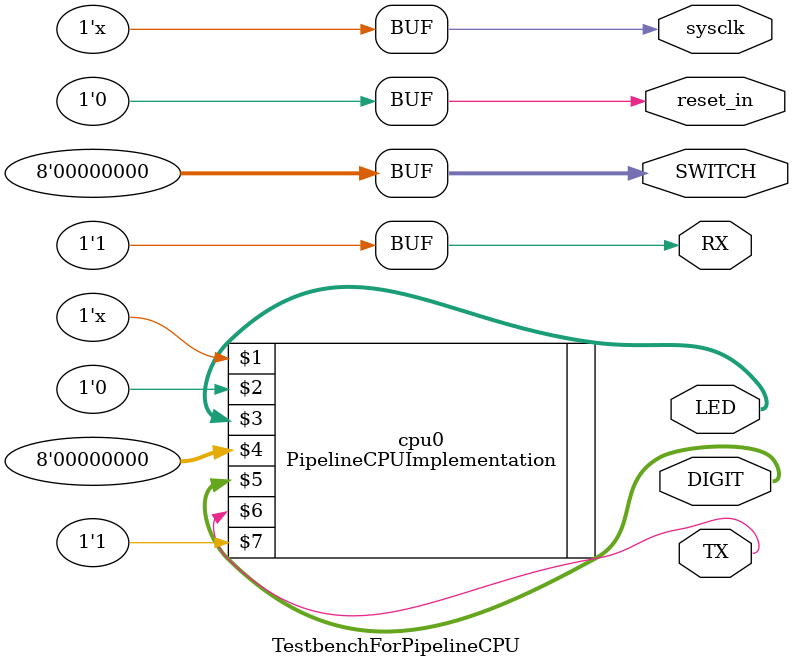
<source format=v>
module TestbenchForPipelineCPU(sysclk,reset_in,LED,SWITCH,DIGIT,TX,RX);
  output reg reset_in,sysclk,RX;
  output TX;
  output [7:0] LED;
  output reg [7:0] SWITCH;
  output [11:0] DIGIT;
  
  initial 
  begin
    reset_in<=1'b1;
    RX<=1'b1;
    sysclk<=1'b1;
    SWITCH<=8'b0;
    #1 reset_in<=1'b0;
    #104167 RX<=1'b1;
    #104167 RX<=1'b1;
    #104167 RX<=1'b1;
    #104167 RX<=1'b1;
    #104167 RX<=1'b1;
    #104167 RX<=1'b0;
    #104167 RX<=1'b0;
    #104167 RX<=1'b0;
    #104167 RX<=1'b0;
    #104167 RX<=1'b1;
    #104167 RX<=1'b1;
    #104167 RX<=1'b0;
    #104167 RX<=1'b0;
    #104167 RX<=1'b0;
    #104167 RX<=1'b1;
    
    #104167 RX<=1'b1;
    #104167 RX<=1'b1;
    #104167 RX<=1'b1;
    #104167 RX<=1'b0;
    #104167 RX<=1'b0;
    #104167 RX<=1'b0;
    #104167 RX<=1'b1;
    #104167 RX<=1'b0;
    #104167 RX<=1'b0;
    #104167 RX<=1'b1;
    #104167 RX<=1'b0;
    #104167 RX<=1'b0;
    #104167 RX<=1'b1;
    #104167 RX<=1'b1;
    
    #104167 RX<=1'b1;
    #104167 RX<=1'b1;
    #104167 RX<=1'b1;
    #104167 RX<=1'b1;
    #104167 RX<=1'b1;
    #104167 RX<=1'b0;
    #104167 RX<=1'b0;
    #104167 RX<=1'b0;
    #104167 RX<=1'b0;
    #104167 RX<=1'b1;
    #104167 RX<=1'b1;
    #104167 RX<=1'b0;
    #104167 RX<=1'b0;
    #104167 RX<=1'b0;
    #104167 RX<=1'b1;
    
    #104167 RX<=1'b1;
    #104167 RX<=1'b1;
    #104167 RX<=1'b1;
    #104167 RX<=1'b0;
    #104167 RX<=1'b0;
    #104167 RX<=1'b0;
    #104167 RX<=1'b1;
    #104167 RX<=1'b0;
    #104167 RX<=1'b0;
    #104167 RX<=1'b1;
    #104167 RX<=1'b0;
    #104167 RX<=1'b0;
    #104167 RX<=1'b1;
    #104167 RX<=1'b1;
    
    #104167 RX<=1'b1;
    #104167 RX<=1'b1;
    #104167 RX<=1'b1;
    #104167 RX<=1'b1;
    #104167 RX<=1'b1;
    #104167 RX<=1'b0;
    #104167 RX<=1'b0;
    #104167 RX<=1'b0;
    #104167 RX<=1'b0;
    #104167 RX<=1'b1;
    #104167 RX<=1'b1;
    #104167 RX<=1'b0;
    #104167 RX<=1'b0;
    #104167 RX<=1'b0;
    #104167 RX<=1'b1;
    
    #104167 RX<=1'b1;
    #104167 RX<=1'b1;
    #104167 RX<=1'b1;
    #104167 RX<=1'b0;
    #104167 RX<=1'b0;
    #104167 RX<=1'b0;
    #104167 RX<=1'b1;
    #104167 RX<=1'b0;
    #104167 RX<=1'b0;
    #104167 RX<=1'b1;
    #104167 RX<=1'b0;
    #104167 RX<=1'b0;
    #104167 RX<=1'b1;
    #104167 RX<=1'b1;
    
    #104167 RX<=1'b1;
    #104167 RX<=1'b1;
    #104167 RX<=1'b1;
    #104167 RX<=1'b1;
    #104167 RX<=1'b1;
    #104167 RX<=1'b0;
    #104167 RX<=1'b0;
    #104167 RX<=1'b0;
    #104167 RX<=1'b0;
    #104167 RX<=1'b1;
    #104167 RX<=1'b1;
    #104167 RX<=1'b0;
    #104167 RX<=1'b0;
    #104167 RX<=1'b0;
    #104167 RX<=1'b1;
    
    #104167 RX<=1'b1;
    #104167 RX<=1'b1;
    #104167 RX<=1'b1;
    #104167 RX<=1'b0;
    #104167 RX<=1'b0;
    #104167 RX<=1'b0;
    #104167 RX<=1'b1;
    #104167 RX<=1'b0;
    #104167 RX<=1'b0;
    #104167 RX<=1'b1;
    #104167 RX<=1'b0;
    #104167 RX<=1'b0;
    #104167 RX<=1'b1;
    #104167 RX<=1'b1;
    
    #104167 RX<=1'b1;
    #104167 RX<=1'b1;
    #104167 RX<=1'b1;
    #104167 RX<=1'b1;
    #104167 RX<=1'b1;
    #104167 RX<=1'b0;
    #104167 RX<=1'b0;
    #104167 RX<=1'b0;
    #104167 RX<=1'b0;
    #104167 RX<=1'b1;
    #104167 RX<=1'b1;
    #104167 RX<=1'b0;
    #104167 RX<=1'b0;
    #104167 RX<=1'b0;
    #104167 RX<=1'b1;
    
    #104167 RX<=1'b1;
    #104167 RX<=1'b1;
    #104167 RX<=1'b1;
    #104167 RX<=1'b0;
    #104167 RX<=1'b0;
    #104167 RX<=1'b0;
    #104167 RX<=1'b1;
    #104167 RX<=1'b0;
    #104167 RX<=1'b0;
    #104167 RX<=1'b1;
    #104167 RX<=1'b0;
    #104167 RX<=1'b0;
    #104167 RX<=1'b1;
    #104167 RX<=1'b1;
    
    #104167 RX<=1'b1;
    #104167 RX<=1'b1;
    #104167 RX<=1'b1;
    #104167 RX<=1'b1;
    #104167 RX<=1'b1;
    #104167 RX<=1'b0;
    #104167 RX<=1'b0;
    #104167 RX<=1'b0;
    #104167 RX<=1'b0;
    #104167 RX<=1'b1;
    #104167 RX<=1'b1;
    #104167 RX<=1'b0;
    #104167 RX<=1'b0;
    #104167 RX<=1'b0;
    #104167 RX<=1'b1;
    
    #104167 RX<=1'b1;
    #104167 RX<=1'b1;
    #104167 RX<=1'b1;
    #104167 RX<=1'b0;
    #104167 RX<=1'b0;
    #104167 RX<=1'b0;
    #104167 RX<=1'b1;
    #104167 RX<=1'b0;
    #104167 RX<=1'b0;
    #104167 RX<=1'b1;
    #104167 RX<=1'b0;
    #104167 RX<=1'b0;
    #104167 RX<=1'b1;
    #104167 RX<=1'b1;
    
    #104167 RX<=1'b1;
    #104167 RX<=1'b1;
    #104167 RX<=1'b1;
    #104167 RX<=1'b1;
    #104167 RX<=1'b1;
    #104167 RX<=1'b0;
    #104167 RX<=1'b0;
    #104167 RX<=1'b0;
    #104167 RX<=1'b0;
    #104167 RX<=1'b1;
    #104167 RX<=1'b1;
    #104167 RX<=1'b0;
    #104167 RX<=1'b0;
    #104167 RX<=1'b0;
    #104167 RX<=1'b1;
    
    #104167 RX<=1'b1;
    #104167 RX<=1'b1;
    #104167 RX<=1'b1;
    #104167 RX<=1'b0;
    #104167 RX<=1'b0;
    #104167 RX<=1'b0;
    #104167 RX<=1'b1;
    #104167 RX<=1'b0;
    #104167 RX<=1'b0;
    #104167 RX<=1'b1;
    #104167 RX<=1'b0;
    #104167 RX<=1'b0;
    #104167 RX<=1'b1;
    #104167 RX<=1'b1;
    
    #104167 RX<=1'b1;
    #104167 RX<=1'b1;
    #104167 RX<=1'b1;
    #104167 RX<=1'b1;
    #104167 RX<=1'b1;
    #104167 RX<=1'b0;
    #104167 RX<=1'b0;
    #104167 RX<=1'b0;
    #104167 RX<=1'b0;
    #104167 RX<=1'b1;
    #104167 RX<=1'b1;
    #104167 RX<=1'b0;
    #104167 RX<=1'b0;
    #104167 RX<=1'b0;
    #104167 RX<=1'b1;
    
    #104167 RX<=1'b1;
    #104167 RX<=1'b1;
    #104167 RX<=1'b1;
    #104167 RX<=1'b0;
    #104167 RX<=1'b0;
    #104167 RX<=1'b0;
    #104167 RX<=1'b1;
    #104167 RX<=1'b0;
    #104167 RX<=1'b0;
    #104167 RX<=1'b1;
    #104167 RX<=1'b0;
    #104167 RX<=1'b0;
    #104167 RX<=1'b1;
    #104167 RX<=1'b1;
    
    #104167 RX<=1'b1;
    #104167 RX<=1'b1;
    #104167 RX<=1'b1;
    #104167 RX<=1'b1;
    #104167 RX<=1'b1;
    #104167 RX<=1'b0;
    #104167 RX<=1'b0;
    #104167 RX<=1'b0;
    #104167 RX<=1'b0;
    #104167 RX<=1'b1;
    #104167 RX<=1'b1;
    #104167 RX<=1'b0;
    #104167 RX<=1'b0;
    #104167 RX<=1'b0;
    #104167 RX<=1'b1;
    
    #104167 RX<=1'b1;
    #104167 RX<=1'b1;
    #104167 RX<=1'b1;
    #104167 RX<=1'b0;
    #104167 RX<=1'b0;
    #104167 RX<=1'b0;
    #104167 RX<=1'b1;
    #104167 RX<=1'b0;
    #104167 RX<=1'b0;
    #104167 RX<=1'b1;
    #104167 RX<=1'b0;
    #104167 RX<=1'b0;
    #104167 RX<=1'b1;
    #104167 RX<=1'b1;
    
    #104167 RX<=1'b1;
    #104167 RX<=1'b1;
    #104167 RX<=1'b1;
    #104167 RX<=1'b1;
    #104167 RX<=1'b1;
    #104167 RX<=1'b0;
    #104167 RX<=1'b0;
    #104167 RX<=1'b0;
    #104167 RX<=1'b0;
    #104167 RX<=1'b1;
    #104167 RX<=1'b1;
    #104167 RX<=1'b0;
    #104167 RX<=1'b0;
    #104167 RX<=1'b0;
    #104167 RX<=1'b1;
    
    #104167 RX<=1'b1;
    #104167 RX<=1'b1;
    #104167 RX<=1'b1;
    #104167 RX<=1'b0;
    #104167 RX<=1'b0;
    #104167 RX<=1'b0;
    #104167 RX<=1'b1;
    #104167 RX<=1'b0;
    #104167 RX<=1'b0;
    #104167 RX<=1'b1;
    #104167 RX<=1'b0;
    #104167 RX<=1'b0;
    #104167 RX<=1'b1;
    #104167 RX<=1'b1;
    
    #104167 RX<=1'b1;
    #104167 RX<=1'b1;
    #104167 RX<=1'b1;
    #104167 RX<=1'b1;
    #104167 RX<=1'b1;
    #104167 RX<=1'b0;
    #104167 RX<=1'b0;
    #104167 RX<=1'b0;
    #104167 RX<=1'b0;
    #104167 RX<=1'b1;
    #104167 RX<=1'b1;
    #104167 RX<=1'b0;
    #104167 RX<=1'b0;
    #104167 RX<=1'b0;
    #104167 RX<=1'b1;
    
    #104167 RX<=1'b1;
    #104167 RX<=1'b1;
    #104167 RX<=1'b1;
    #104167 RX<=1'b0;
    #104167 RX<=1'b0;
    #104167 RX<=1'b0;
    #104167 RX<=1'b1;
    #104167 RX<=1'b0;
    #104167 RX<=1'b0;
    #104167 RX<=1'b1;
    #104167 RX<=1'b0;
    #104167 RX<=1'b0;
    #104167 RX<=1'b1;
    #104167 RX<=1'b1;
    
    #104167 RX<=1'b1;
    #104167 RX<=1'b1;
    #104167 RX<=1'b1;
    #104167 RX<=1'b1;
    #104167 RX<=1'b1;
    #104167 RX<=1'b0;
    #104167 RX<=1'b0;
    #104167 RX<=1'b0;
    #104167 RX<=1'b0;
    #104167 RX<=1'b1;
    #104167 RX<=1'b1;
    #104167 RX<=1'b0;
    #104167 RX<=1'b0;
    #104167 RX<=1'b0;
    #104167 RX<=1'b1;
    
    #104167 RX<=1'b1;
    #104167 RX<=1'b1;
    #104167 RX<=1'b1;
    #104167 RX<=1'b0;
    #104167 RX<=1'b0;
    #104167 RX<=1'b0;
    #104167 RX<=1'b1;
    #104167 RX<=1'b0;
    #104167 RX<=1'b0;
    #104167 RX<=1'b1;
    #104167 RX<=1'b0;
    #104167 RX<=1'b0;
    #104167 RX<=1'b1;
    #104167 RX<=1'b1;
    
    #104167 RX<=1'b1;
    #104167 RX<=1'b1;
    #104167 RX<=1'b1;
    #104167 RX<=1'b1;
    #104167 RX<=1'b1;
    #104167 RX<=1'b0;
    #104167 RX<=1'b0;
    #104167 RX<=1'b0;
    #104167 RX<=1'b0;
    #104167 RX<=1'b1;
    #104167 RX<=1'b1;
    #104167 RX<=1'b0;
    #104167 RX<=1'b0;
    #104167 RX<=1'b0;
    #104167 RX<=1'b1;
    
    #104167 RX<=1'b1;
    #104167 RX<=1'b1;
    #104167 RX<=1'b1;
    #104167 RX<=1'b0;
    #104167 RX<=1'b0;
    #104167 RX<=1'b0;
    #104167 RX<=1'b1;
    #104167 RX<=1'b0;
    #104167 RX<=1'b0;
    #104167 RX<=1'b1;
    #104167 RX<=1'b0;
    #104167 RX<=1'b0;
    #104167 RX<=1'b1;
    #104167 RX<=1'b1;
    
    #104167 RX<=1'b1;
    #104167 RX<=1'b1;
    #104167 RX<=1'b1;
    #104167 RX<=1'b1;
    #104167 RX<=1'b1;
    #104167 RX<=1'b0;
    #104167 RX<=1'b0;
    #104167 RX<=1'b0;
    #104167 RX<=1'b0;
    #104167 RX<=1'b1;
    #104167 RX<=1'b1;
    #104167 RX<=1'b0;
    #104167 RX<=1'b0;
    #104167 RX<=1'b0;
    #104167 RX<=1'b1;
    
    #104167 RX<=1'b1;
    #104167 RX<=1'b1;
    #104167 RX<=1'b1;
    #104167 RX<=1'b0;
    #104167 RX<=1'b0;
    #104167 RX<=1'b0;
    #104167 RX<=1'b1;
    #104167 RX<=1'b0;
    #104167 RX<=1'b0;
    #104167 RX<=1'b1;
    #104167 RX<=1'b0;
    #104167 RX<=1'b0;
    #104167 RX<=1'b1;
    #104167 RX<=1'b1;
    
    #104167 RX<=1'b1;
    #104167 RX<=1'b1;
    #104167 RX<=1'b1;
    #104167 RX<=1'b1;
    #104167 RX<=1'b1;
    #104167 RX<=1'b0;
    #104167 RX<=1'b0;
    #104167 RX<=1'b0;
    #104167 RX<=1'b0;
    #104167 RX<=1'b1;
    #104167 RX<=1'b1;
    #104167 RX<=1'b0;
    #104167 RX<=1'b0;
    #104167 RX<=1'b0;
    #104167 RX<=1'b1;
    
    #104167 RX<=1'b1;
    #104167 RX<=1'b1;
    #104167 RX<=1'b1;
    #104167 RX<=1'b0;
    #104167 RX<=1'b0;
    #104167 RX<=1'b0;
    #104167 RX<=1'b1;
    #104167 RX<=1'b0;
    #104167 RX<=1'b0;
    #104167 RX<=1'b1;
    #104167 RX<=1'b0;
    #104167 RX<=1'b0;
    #104167 RX<=1'b1;
    #104167 RX<=1'b1;
    
    #104167 RX<=1'b1;
    #104167 RX<=1'b1;
    #104167 RX<=1'b1;
    #104167 RX<=1'b1;
    #104167 RX<=1'b1;
    #104167 RX<=1'b0;
    #104167 RX<=1'b0;
    #104167 RX<=1'b0;
    #104167 RX<=1'b0;
    #104167 RX<=1'b1;
    #104167 RX<=1'b1;
    #104167 RX<=1'b0;
    #104167 RX<=1'b0;
    #104167 RX<=1'b0;
    #104167 RX<=1'b1;
    
    #104167 RX<=1'b1;
    #104167 RX<=1'b1;
    #104167 RX<=1'b1;
    #104167 RX<=1'b0;
    #104167 RX<=1'b0;
    #104167 RX<=1'b0;
    #104167 RX<=1'b1;
    #104167 RX<=1'b0;
    #104167 RX<=1'b0;
    #104167 RX<=1'b1;
    #104167 RX<=1'b0;
    #104167 RX<=1'b0;
    #104167 RX<=1'b1;
    #104167 RX<=1'b1;
    
    #104167 RX<=1'b1;
    #104167 RX<=1'b1;
    #104167 RX<=1'b1;
    #104167 RX<=1'b1;
    #104167 RX<=1'b1;
    #104167 RX<=1'b0;
    #104167 RX<=1'b0;
    #104167 RX<=1'b0;
    #104167 RX<=1'b0;
    #104167 RX<=1'b1;
    #104167 RX<=1'b1;
    #104167 RX<=1'b0;
    #104167 RX<=1'b0;
    #104167 RX<=1'b0;
    #104167 RX<=1'b1;
    
    #104167 RX<=1'b1;
    #104167 RX<=1'b1;
    #104167 RX<=1'b1;
    #104167 RX<=1'b0;
    #104167 RX<=1'b0;
    #104167 RX<=1'b0;
    #104167 RX<=1'b1;
    #104167 RX<=1'b0;
    #104167 RX<=1'b0;
    #104167 RX<=1'b1;
    #104167 RX<=1'b0;
    #104167 RX<=1'b0;
    #104167 RX<=1'b1;
    #104167 RX<=1'b1;
    
    #104167 RX<=1'b1;
    #104167 RX<=1'b1;
    #104167 RX<=1'b1;
    #104167 RX<=1'b1;
    #104167 RX<=1'b1;
    #104167 RX<=1'b0;
    #104167 RX<=1'b0;
    #104167 RX<=1'b0;
    #104167 RX<=1'b0;
    #104167 RX<=1'b1;
    #104167 RX<=1'b1;
    #104167 RX<=1'b0;
    #104167 RX<=1'b0;
    #104167 RX<=1'b0;
    #104167 RX<=1'b1;
    
    #104167 RX<=1'b1;
    #104167 RX<=1'b1;
    #104167 RX<=1'b1;
    #104167 RX<=1'b0;
    #104167 RX<=1'b0;
    #104167 RX<=1'b0;
    #104167 RX<=1'b1;
    #104167 RX<=1'b0;
    #104167 RX<=1'b0;
    #104167 RX<=1'b1;
    #104167 RX<=1'b0;
    #104167 RX<=1'b0;
    #104167 RX<=1'b1;
    #104167 RX<=1'b1;
  end
  
  always @ (*)
  begin
    #5 sysclk<=~sysclk;
  end
  
  PipelineCPUImplementation cpu0(sysclk,reset_in,LED,SWITCH,DIGIT,TX,RX);
endmodule

</source>
